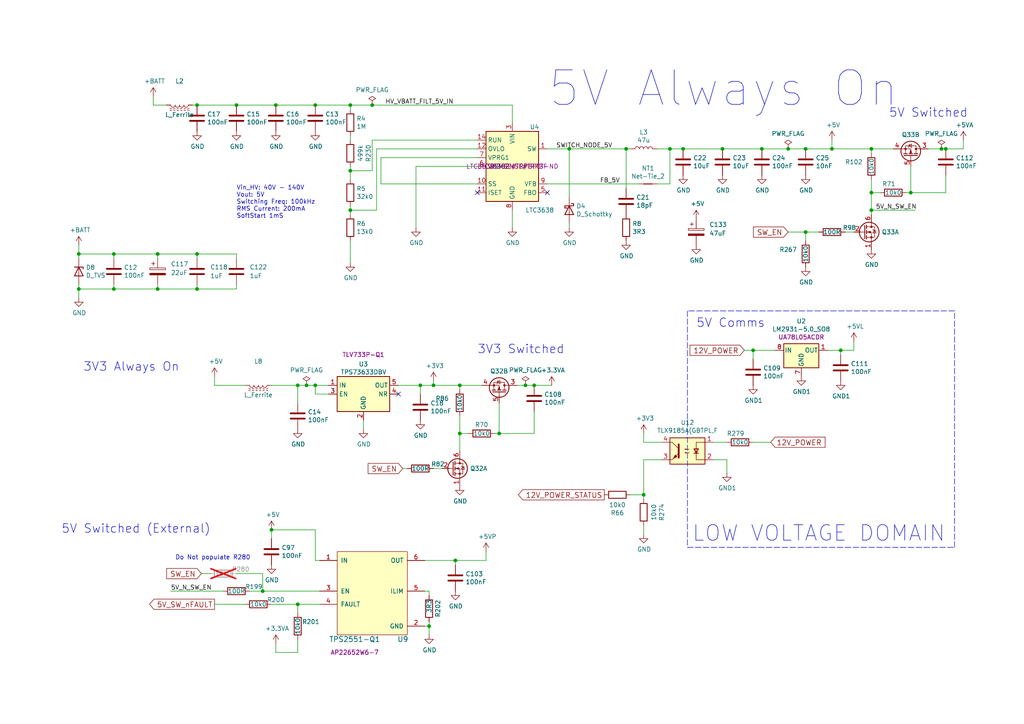
<source format=kicad_sch>
(kicad_sch (version 20250114) (generator "eeschema") (generator_version "9.0")
  (paper "A4")
  (text "3V3 Switched" (at 138.43 102.87 0) (effects (font (size 2.4892 2.4892)) (justify left bottom)))
  (text "LOW VOLTAGE DOMAIN" (at 200.66 157.48 0) (effects (font (size 4.4958 4.4958)) (justify left bottom)))
  (text "Vin_HV: 40V - 140V\nVout: 5V\nSwitching Freq: 100kHz\nRMS Current: 200mA\nSoftStart 1mS" (at 68.58 63.5 0) (effects (font (size 1.27 1.27)) (justify left bottom)))
  (text "5V Switched" (at 257.81 34.29 0) (effects (font (size 2.4892 2.4892)) (justify left bottom)))
  (text "Do Not populate R280" (at 50.8 162.56 0) (effects (font (size 1.27 1.27)) (justify left bottom)))
  (text "5V Always On" (at 158.75 31.75 0) (effects (font (size 10.0076 10.0076)) (justify left bottom)))
  (text "5V Switched (External)" (at 17.78 154.94 0) (effects (font (size 2.4892 2.4892)) (justify left bottom)))
  (text "5V Comms" (at 201.93 95.25 0) (effects (font (size 2.4892 2.4892)) (justify left bottom)))
  (text "3V3 Always On" (at 24.13 107.95 0) (effects (font (size 2.4892 2.4892)) (justify left bottom)))
  (junction (at 45.72 83.82))
  (junction (at 194.31 43.18))
  (junction (at 86.36 175.26))
  (junction (at 144.78 125.73))
  (junction (at 91.44 111.76))
  (junction (at 133.35 111.76))
  (junction (at 132.08 162.56))
  (junction (at 209.55 43.18))
  (junction (at 264.16 55.88))
  (junction (at 218.44 101.6))
  (junction (at 57.15 73.66))
  (junction (at 76.2 171.45))
  (junction (at 133.35 125.73))
  (junction (at 241.3 43.18))
  (junction (at 57.15 83.82))
  (junction (at 33.02 83.82))
  (junction (at 45.72 73.66))
  (junction (at 233.68 43.18))
  (junction (at 228.6 43.18))
  (junction (at 198.12 43.18))
  (junction (at 33.02 73.66))
  (junction (at 125.73 111.76))
  (junction (at 274.32 43.18))
  (junction (at 273.05 43.18))
  (junction (at 80.01 30.48))
  (junction (at 124.46 181.61))
  (junction (at 101.6 49.53))
  (junction (at 68.58 30.48))
  (junction (at 152.4 111.76))
  (junction (at 91.44 30.48))
  (junction (at 181.61 43.18))
  (junction (at 233.68 67.31))
  (junction (at 57.15 30.48))
  (junction (at 154.94 111.76))
  (junction (at 252.73 60.96))
  (junction (at 86.36 111.76))
  (junction (at 243.84 101.6))
  (junction (at 107.95 30.48))
  (junction (at 252.73 55.88))
  (junction (at 186.69 143.51))
  (junction (at 252.73 43.18))
  (junction (at 22.86 73.66))
  (junction (at 220.98 43.18))
  (junction (at 88.9 111.76))
  (junction (at 22.86 83.82))
  (junction (at 165.1 43.18))
  (junction (at 121.92 111.76))
  (junction (at 101.6 60.96))
  (junction (at 78.74 153.67))
  (junction (at 101.6 30.48))
  (no_connect (at 158.75 55.88))
  (no_connect (at 138.43 55.88))
  (no_connect (at 115.57 114.3))
  (wire (pts (xy 165.1 57.15) (xy 165.1 43.18)))
  (wire (pts (xy 45.72 82.55) (xy 45.72 83.82)))
  (wire (pts (xy 91.44 153.67) (xy 78.74 153.67)))
  (wire (pts (xy 86.36 189.23) (xy 80.01 189.23)))
  (wire (pts (xy 49.53 171.45) (xy 64.77 171.45)))
  (wire (pts (xy 22.86 83.82) (xy 22.86 82.55)))
  (wire (pts (xy 191.77 128.27) (xy 186.69 128.27)))
  (wire (pts (xy 154.94 119.38) (xy 154.94 125.73)))
  (wire (pts (xy 274.32 50.8) (xy 274.32 55.88)))
  (wire (pts (xy 86.36 175.26) (xy 92.71 175.26)))
  (wire (pts (xy 144.78 116.84) (xy 144.78 125.73)))
  (wire (pts (xy 101.6 49.53) (xy 107.95 49.53)))
  (wire (pts (xy 186.69 143.51) (xy 186.69 144.78)))
  (wire (pts (xy 57.15 73.66) (xy 68.58 73.66)))
  (wire (pts (xy 80.01 186.69) (xy 80.01 189.23)))
  (wire (pts (xy 57.15 74.93) (xy 57.15 73.66)))
  (polyline (pts (xy 199.39 90.17) (xy 199.39 158.75)) (stroke (width 0) (type dash)))
  (wire (pts (xy 91.44 162.56) (xy 92.71 162.56)))
  (wire (pts (xy 101.6 39.37) (xy 101.6 40.64)))
  (wire (pts (xy 68.58 30.48) (xy 80.01 30.48)))
  (wire (pts (xy 123.19 162.56) (xy 132.08 162.56)))
  (wire (pts (xy 45.72 73.66) (xy 57.15 73.66)))
  (wire (pts (xy 33.02 83.82) (xy 22.86 83.82)))
  (wire (pts (xy 124.46 184.15) (xy 124.46 181.61)))
  (wire (pts (xy 91.44 114.3) (xy 91.44 111.76)))
  (wire (pts (xy 237.49 67.31) (xy 233.68 67.31)))
  (wire (pts (xy 68.58 166.37) (xy 76.2 166.37)))
  (wire (pts (xy 165.1 66.04) (xy 165.1 64.77)))
  (wire (pts (xy 128.27 135.89) (xy 125.73 135.89)))
  (wire (pts (xy 194.31 43.18) (xy 194.31 53.34)))
  (wire (pts (xy 233.68 69.85) (xy 233.68 67.31)))
  (wire (pts (xy 224.79 101.6) (xy 218.44 101.6)))
  (wire (pts (xy 186.69 133.35) (xy 191.77 133.35)))
  (wire (pts (xy 101.6 31.75) (xy 101.6 30.48)))
  (wire (pts (xy 33.02 82.55) (xy 33.02 83.82)))
  (wire (pts (xy 22.86 73.66) (xy 22.86 71.12)))
  (wire (pts (xy 91.44 111.76) (xy 88.9 111.76)))
  (wire (pts (xy 86.36 111.76) (xy 78.74 111.76)))
  (wire (pts (xy 149.86 111.76) (xy 152.4 111.76)))
  (wire (pts (xy 269.24 43.18) (xy 273.05 43.18)))
  (wire (pts (xy 57.15 83.82) (xy 68.58 83.82)))
  (wire (pts (xy 124.46 171.45) (xy 123.19 171.45)))
  (wire (pts (xy 68.58 82.55) (xy 68.58 83.82)))
  (polyline (pts (xy 276.86 158.75) (xy 276.86 90.17)) (stroke (width 0) (type dash)))
  (wire (pts (xy 118.11 135.89) (xy 116.84 135.89)))
  (wire (pts (xy 91.44 30.48) (xy 101.6 30.48)))
  (wire (pts (xy 148.59 35.56) (xy 148.59 30.48)))
  (wire (pts (xy 194.31 43.18) (xy 190.5 43.18)))
  (wire (pts (xy 101.6 76.2) (xy 101.6 69.85)))
  (wire (pts (xy 86.36 185.42) (xy 86.36 189.23)))
  (wire (pts (xy 158.75 43.18) (xy 165.1 43.18)))
  (wire (pts (xy 76.2 166.37) (xy 76.2 171.45)))
  (wire (pts (xy 124.46 180.34) (xy 124.46 181.61)))
  (wire (pts (xy 120.65 48.26) (xy 138.43 48.26)))
  (wire (pts (xy 240.03 101.6) (xy 243.84 101.6)))
  (wire (pts (xy 57.15 30.48) (xy 68.58 30.48)))
  (wire (pts (xy 181.61 54.61) (xy 181.61 43.18)))
  (wire (pts (xy 101.6 30.48) (xy 107.95 30.48)))
  (wire (pts (xy 132.08 162.56) (xy 140.97 162.56)))
  (wire (pts (xy 121.92 114.3) (xy 121.92 111.76)))
  (wire (pts (xy 165.1 43.18) (xy 181.61 43.18)))
  (wire (pts (xy 101.6 49.53) (xy 101.6 52.07)))
  (wire (pts (xy 124.46 172.72) (xy 124.46 171.45)))
  (wire (pts (xy 71.12 175.26) (xy 62.23 175.26)))
  (wire (pts (xy 133.35 120.65) (xy 133.35 125.73)))
  (wire (pts (xy 247.65 99.06) (xy 247.65 101.6)))
  (wire (pts (xy 252.73 60.96) (xy 252.73 62.23)))
  (wire (pts (xy 22.86 86.36) (xy 22.86 83.82)))
  (wire (pts (xy 33.02 83.82) (xy 45.72 83.82)))
  (wire (pts (xy 133.35 125.73) (xy 133.35 130.81)))
  (wire (pts (xy 101.6 62.23) (xy 101.6 60.96)))
  (wire (pts (xy 107.95 40.64) (xy 138.43 40.64)))
  (wire (pts (xy 109.22 43.18) (xy 109.22 60.96)))
  (wire (pts (xy 124.46 181.61) (xy 123.19 181.61)))
  (polyline (pts (xy 276.86 90.17) (xy 199.39 90.17)) (stroke (width 0) (type dash)))
  (wire (pts (xy 44.45 27.94) (xy 44.45 30.48)))
  (wire (pts (xy 194.31 43.18) (xy 198.12 43.18)))
  (wire (pts (xy 274.32 43.18) (xy 279.4 43.18)))
  (wire (pts (xy 247.65 67.31) (xy 245.11 67.31)))
  (wire (pts (xy 223.52 128.27) (xy 218.44 128.27)))
  (wire (pts (xy 71.12 111.76) (xy 62.23 111.76)))
  (wire (pts (xy 33.02 73.66) (xy 33.02 74.93)))
  (wire (pts (xy 154.94 111.76) (xy 160.02 111.76)))
  (wire (pts (xy 190.5 53.34) (xy 194.31 53.34)))
  (wire (pts (xy 62.23 111.76) (xy 62.23 109.22)))
  (wire (pts (xy 143.51 125.73) (xy 144.78 125.73)))
  (wire (pts (xy 72.39 171.45) (xy 76.2 171.45)))
  (wire (pts (xy 45.72 73.66) (xy 33.02 73.66)))
  (wire (pts (xy 252.73 55.88) (xy 255.27 55.88)))
  (wire (pts (xy 44.45 30.48) (xy 48.26 30.48)))
  (wire (pts (xy 86.36 175.26) (xy 86.36 177.8)))
  (wire (pts (xy 252.73 43.18) (xy 259.08 43.18)))
  (polyline (pts (xy 199.39 158.75) (xy 276.86 158.75)) (stroke (width 0) (type dash)))
  (wire (pts (xy 101.6 48.26) (xy 101.6 49.53)))
  (wire (pts (xy 110.49 53.34) (xy 110.49 45.72)))
  (wire (pts (xy 109.22 60.96) (xy 101.6 60.96)))
  (wire (pts (xy 88.9 111.76) (xy 86.36 111.76)))
  (wire (pts (xy 262.89 55.88) (xy 264.16 55.88)))
  (wire (pts (xy 210.82 133.35) (xy 207.01 133.35)))
  (wire (pts (xy 101.6 60.96) (xy 101.6 59.69)))
  (wire (pts (xy 78.74 175.26) (xy 86.36 175.26)))
  (wire (pts (xy 264.16 55.88) (xy 274.32 55.88)))
  (wire (pts (xy 86.36 111.76) (xy 86.36 116.84)))
  (wire (pts (xy 209.55 43.18) (xy 220.98 43.18)))
  (wire (pts (xy 120.65 66.04) (xy 120.65 48.26)))
  (wire (pts (xy 264.16 48.26) (xy 264.16 55.88)))
  (wire (pts (xy 125.73 111.76) (xy 133.35 111.76)))
  (wire (pts (xy 105.41 124.46) (xy 105.41 121.92)))
  (wire (pts (xy 138.43 53.34) (xy 110.49 53.34)))
  (wire (pts (xy 60.96 166.37) (xy 58.42 166.37)))
  (wire (pts (xy 22.86 73.66) (xy 33.02 73.66)))
  (wire (pts (xy 107.95 30.48) (xy 148.59 30.48)))
  (wire (pts (xy 45.72 74.93) (xy 45.72 73.66)))
  (wire (pts (xy 133.35 113.03) (xy 133.35 111.76)))
  (wire (pts (xy 22.86 74.93) (xy 22.86 73.66)))
  (wire (pts (xy 125.73 110.49) (xy 125.73 111.76)))
  (wire (pts (xy 109.22 43.18) (xy 138.43 43.18)))
  (wire (pts (xy 252.73 44.45) (xy 252.73 43.18)))
  (wire (pts (xy 198.12 43.18) (xy 209.55 43.18)))
  (wire (pts (xy 252.73 52.07) (xy 252.73 55.88)))
  (wire (pts (xy 133.35 125.73) (xy 135.89 125.73)))
  (wire (pts (xy 133.35 111.76) (xy 139.7 111.76)))
  (wire (pts (xy 220.98 43.18) (xy 228.6 43.18)))
  (wire (pts (xy 80.01 30.48) (xy 91.44 30.48)))
  (wire (pts (xy 57.15 82.55) (xy 57.15 83.82)))
  (wire (pts (xy 148.59 66.04) (xy 148.59 60.96)))
  (wire (pts (xy 210.82 128.27) (xy 207.01 128.27)))
  (wire (pts (xy 186.69 152.4) (xy 186.69 154.94)))
  (wire (pts (xy 110.49 45.72) (xy 138.43 45.72)))
  (wire (pts (xy 218.44 101.6) (xy 218.44 104.14)))
  (wire (pts (xy 233.68 67.31) (xy 228.6 67.31)))
  (wire (pts (xy 158.75 53.34) (xy 185.42 53.34)))
  (wire (pts (xy 55.88 30.48) (xy 57.15 30.48)))
  (wire (pts (xy 95.25 111.76) (xy 91.44 111.76)))
  (wire (pts (xy 68.58 74.93) (xy 68.58 73.66)))
  (wire (pts (xy 215.9 101.6) (xy 218.44 101.6)))
  (wire (pts (xy 228.6 43.18) (xy 233.68 43.18)))
  (wire (pts (xy 210.82 137.16) (xy 210.82 133.35)))
  (wire (pts (xy 78.74 153.67) (xy 78.74 156.21)))
  (wire (pts (xy 243.84 102.87) (xy 243.84 101.6)))
  (wire (pts (xy 265.43 60.96) (xy 252.73 60.96)))
  (wire (pts (xy 186.69 143.51) (xy 186.69 133.35)))
  (wire (pts (xy 273.05 43.18) (xy 274.32 43.18)))
  (wire (pts (xy 279.4 40.64) (xy 279.4 43.18)))
  (wire (pts (xy 252.73 55.88) (xy 252.73 60.96)))
  (wire (pts (xy 107.95 49.53) (xy 107.95 40.64)))
  (wire (pts (xy 186.69 128.27) (xy 186.69 125.73)))
  (wire (pts (xy 233.68 43.18) (xy 241.3 43.18)))
  (wire (pts (xy 144.78 125.73) (xy 154.94 125.73)))
  (wire (pts (xy 152.4 111.76) (xy 154.94 111.76)))
  (wire (pts (xy 125.73 111.76) (xy 121.92 111.76)))
  (wire (pts (xy 241.3 43.18) (xy 252.73 43.18)))
  (wire (pts (xy 140.97 160.02) (xy 140.97 162.56)))
  (wire (pts (xy 76.2 171.45) (xy 92.71 171.45)))
  (wire (pts (xy 132.08 163.83) (xy 132.08 162.56)))
  (wire (pts (xy 181.61 43.18) (xy 182.88 43.18)))
  (wire (pts (xy 186.69 143.51) (xy 182.88 143.51)))
  (wire (pts (xy 241.3 40.64) (xy 241.3 43.18)))
  (wire (pts (xy 91.44 153.67) (xy 91.44 162.56)))
  (wire (pts (xy 243.84 101.6) (xy 247.65 101.6)))
  (wire (pts (xy 45.72 83.82) (xy 57.15 83.82)))
  (wire (pts (xy 95.25 114.3) (xy 91.44 114.3)))
  (wire (pts (xy 121.92 111.76) (xy 115.57 111.76)))
  (label "HV_VBATT_FILT_5V_IN" (at 111.76 30.48 0))
  (label "SWITCH_NODE_5V" (at 161.29 43.18 0))
  (label "5V_N_SW_EN" (at 254 60.96 0))
  (label "5V_N_SW_EN" (at 49.53 171.45 0))
  (label "FB_5V" (at 173.99 53.34 0))
  (global_label "12V_POWER" (shape input) (at 215.9 101.6 180) (effects (font (size 1.4986 1.4986))) (property "Intersheetrefs" "${INTERSHEET_REFS}" (effects (hide yes))))
  (global_label "SW_EN" (shape input) (at 228.6 67.31 180) (effects (font (size 1.4986 1.4986))) (property "Intersheetrefs" "${INTERSHEET_REFS}" (effects (hide yes))))
  (global_label "12V_POWER" (shape input) (at 223.52 128.27 0) (effects (font (size 1.4986 1.4986))) (property "Intersheetrefs" "${INTERSHEET_REFS}" (effects (hide yes))))
  (global_label "SW_EN" (shape input) (at 58.42 166.37 180) (effects (font (size 1.4986 1.4986))) (property "Intersheetrefs" "${INTERSHEET_REFS}" (effects (hide yes))))
  (global_label "5V_SW_nFAULT" (shape output) (at 62.23 175.26 180) (effects (font (size 1.4986 1.4986))) (property "Intersheetrefs" "${INTERSHEET_REFS}" (effects (hide yes))))
  (global_label "12V_POWER_STATUS" (shape output) (at 175.26 143.51 180) (effects (font (size 1.4986 1.4986))) (property "Intersheetrefs" "${INTERSHEET_REFS}" (effects (hide yes))))
  (global_label "SW_EN" (shape input) (at 116.84 135.89 180) (effects (font (size 1.4986 1.4986))) (property "Intersheetrefs" "${INTERSHEET_REFS}" (effects (hide yes))))
  (symbol (lib_id "Device:L") (at 186.69 43.18 90) (unit 1)
    (property "Reference" "L3" (at 186.69 38.354 90))
    (property "Value" "47u" (at 186.69 40.6654 90))
    (property "Footprint" "Inductors:Inductor_Taiyo-Yuden_NR-60xx" (effects (hide yes)))
    (property "Datasheet" "https://www.yuden.co.jp/productdata/catalog/wound04_e.pdf" (effects (hide yes)))
    (property "MPN" "NR6028T470M" (effects (hide yes)))
    (property "Part Number" "NR6028T470M" (effects (hide yes)))
    (property "Digikey_PN" "587-2104-1-ND" (effects (hide yes)))
  )
  (symbol (lib_id "Device:C") (at 198.12 46.99 0) (unit 1)
    (property "Reference" "C22" (at 201.041 45.8216 0) (effects (justify left)))
    (property "Value" "10uF" (at 201.041 48.133 0) (effects (justify left)))
    (property "Footprint" "Capacitor_SMD:C_1206_3216Metric" (effects (hide yes)))
    (property "MPN" "CL31B106KOHVPNE" (effects (hide yes)))
    (property "Part Number" "CL31B106KOHVPNE" (effects (hide yes)))
    (property "Digikey_PN" "1276-6797-1-ND" (effects (hide yes)))
  )
  (symbol (lib_id "Device:C") (at 209.55 46.99 0) (unit 1)
    (property "Reference" "C23" (at 212.471 45.8216 0) (effects (justify left)))
    (property "Value" "10uF" (at 212.471 48.133 0) (effects (justify left)))
    (property "Footprint" "Capacitor_SMD:C_1206_3216Metric" (effects (hide yes)))
    (property "MPN" "CL31B106KOHVPNE" (effects (hide yes)))
    (property "Part Number" "CL31B106KOHVPNE" (effects (hide yes)))
    (property "Digikey_PN" "1276-6797-1-ND" (effects (hide yes)))
  )
  (symbol (lib_id "Device:C") (at 220.98 46.99 0) (unit 1)
    (property "Reference" "C24" (at 223.901 45.8216 0) (effects (justify left)))
    (property "Value" "100nF" (at 223.901 48.133 0) (effects (justify left)))
    (property "Footprint" "Capacitor_SMD:C_0603_1608Metric" (effects (hide yes)))
    (property "Datasheet" "http://psearch.en.murata.com/capacitor/product/GCM188R71H104KA57%23.pdf" (effects (hide yes)))
    (property "MPN" "GCM188R71H104KA57D" (effects (hide yes)))
    (property "Part Number" "GCM188R71H104KA57D" (effects (hide yes)))
    (property "Digikey_PN" "490-4779-1-ND" (effects (hide yes)))
  )
  (symbol (lib_id "Device:L_Ferrite") (at 52.07 30.48 270) (unit 1)
    (property "Reference" "L2" (at 52.07 23.5204 90))
    (property "Value" "L_Ferrite" (at 52.07 33.274 90))
    (property "Footprint" "Inductor_SMD:L_0603_1608Metric" (effects (hide yes)))
    (property "Datasheet" "https://www.we-online.com/katalog/datasheet/742792609.pdf" (effects (hide yes)))
    (property "MPN" "742792609" (effects (hide yes)))
    (property "Part Number" "742792609" (effects (hide yes)))
    (property "Digikey_PN" "732-1591-1-ND" (effects (hide yes)))
  )
  (symbol (lib_id "power:GND") (at 198.12 50.8 0) (unit 1)
    (property "Reference" "#PWR037" (effects (hide yes)))
    (property "Value" "GND" (at 198.247 55.1942 0))
  )
  (symbol (lib_id "power:GND") (at 209.55 50.8 0) (unit 1)
    (property "Reference" "#PWR038" (effects (hide yes)))
    (property "Value" "GND" (at 209.677 55.1942 0))
  )
  (symbol (lib_id "power:GND") (at 220.98 50.8 0) (unit 1)
    (property "Reference" "#PWR039" (effects (hide yes)))
    (property "Value" "GND" (at 221.107 55.1942 0))
  )
  (symbol (lib_id "power:GND") (at 57.15 38.1 0) (unit 1)
    (property "Reference" "#PWR021" (effects (hide yes)))
    (property "Value" "GND" (at 57.277 42.4942 0))
  )
  (symbol (lib_id "Device:C") (at 91.44 34.29 0) (unit 1)
    (property "Reference" "C13" (at 94.361 33.1216 0) (effects (justify left)))
    (property "Value" "100nF" (at 94.361 35.433 0) (effects (justify left)))
    (property "Footprint" "Capacitor_SMD:C_1206_3216Metric" (effects (hide yes)))
    (property "Datasheet" "https://product.tdk.com/info/en/documents/chara_sheet/CGA5L3X7R2E104K160AA.pdf" (effects (hide yes)))
    (property "Part Number" "CGA5L3X7R2E104K160AA" (effects (hide yes)))
    (property "MPN" "CGA5L3X7R2E104K160AA" (effects (hide yes)))
    (property "Digikey_PN" "445-5851-1-ND" (effects (hide yes)))
  )
  (symbol (lib_id "power:GND") (at 91.44 38.1 0) (unit 1)
    (property "Reference" "#PWR018" (effects (hide yes)))
    (property "Value" "GND" (at 91.567 42.4942 0))
  )
  (symbol (lib_id "Device:R") (at 101.6 35.56 0) (unit 1)
    (property "Reference" "R4" (at 103.378 34.3916 0) (effects (justify left)))
    (property "Value" "1M" (at 103.378 36.703 0) (effects (justify left)))
    (property "Footprint" "Resistor_SMD:R_0603_1608Metric" (effects (hide yes)))
    (property "Datasheet" "http://www.yageo.com/NewPortal/yageodocoutput?fileName=/pdf/R-Chip/PYu-AC_51_RoHS_L_6.pdf" (effects (hide yes)))
    (property "MPN" "AC0603FR-071ML" (effects (hide yes)))
    (property "Part Number" "AC0603FR-071ML" (effects (hide yes)))
    (property "Digikey_PN" "311-1MLDCT-ND" (effects (hide yes)))
  )
  (symbol (lib_id "Device:R") (at 101.6 55.88 0) (unit 1)
    (property "Reference" "R5" (at 103.378 54.7116 0) (effects (justify left)))
    (property "Value" "32k0" (at 103.378 57.023 0) (effects (justify left)))
    (property "Footprint" "Resistor_SMD:R_0603_1608Metric" (effects (hide yes)))
    (property "Datasheet" "https://media.digikey.com/pdf/Data%20Sheets/KOA%20Speer/RN73R_Type_DS.pdf" (effects (hide yes)))
    (property "MPN" "RN73R1JTTD3202B25" (effects (hide yes)))
    (property "Part Number" "RN73R1JTTD3202B25" (effects (hide yes)))
    (property "Digikey_PN" "2019-RN73R1JTTD3202B25CT-ND" (effects (hide yes)))
  )
  (symbol (lib_id "Device:R") (at 101.6 66.04 0) (unit 1)
    (property "Reference" "R6" (at 103.378 64.8716 0) (effects (justify left)))
    (property "Value" "13k0" (at 103.378 67.183 0) (effects (justify left)))
    (property "Footprint" "Resistor_SMD:R_0603_1608Metric" (effects (hide yes)))
    (property "Datasheet" "https://www.seielect.com/catalog/sei-rmcf_rmcp.pdf" (effects (hide yes)))
    (property "MPN" "RMCF0603FT13K0" (effects (hide yes)))
    (property "Part Number" "RMCF0603FT13K0" (effects (hide yes)))
    (property "Digikey_PN" "RMCF0603FT13K0CT-ND" (effects (hide yes)))
  )
  (symbol (lib_id "power:GND") (at 101.6 76.2 0) (unit 1)
    (property "Reference" "#PWR026" (effects (hide yes)))
    (property "Value" "GND" (at 101.727 80.5942 0))
  )
  (symbol (lib_id "power:+5V") (at 241.3 40.64 0) (unit 1)
    (property "Reference" "#PWR041" (effects (hide yes)))
    (property "Value" "+5V" (at 241.681 36.2458 0))
  )
  (symbol (lib_id "Device:NetTie_2") (at 187.96 53.34 0) (unit 1) (in_bom no)
    (property "Reference" "NT1" (at 187.96 48.8188 0))
    (property "Value" "Net-Tie_2" (at 187.96 51.1302 0))
    (property "Footprint" "Footprints:Net_Tie-0.5mm" (effects (hide yes)))
  )
  (symbol (lib_id "power:+BATT") (at 44.45 27.94 0) (unit 1)
    (property "Reference" "#PWR015" (effects (hide yes)))
    (property "Value" "+BATT" (at 44.831 23.5458 0))
  )
  (symbol (lib_id "Device:L_Ferrite") (at 74.93 111.76 270) (unit 1)
    (property "Reference" "L8" (at 74.93 104.8004 90))
    (property "Value" "L_Ferrite" (at 74.93 114.554 90))
    (property "Footprint" "Inductor_SMD:L_0603_1608Metric" (effects (hide yes)))
    (property "Datasheet" "https://www.we-online.com/katalog/datasheet/742792609.pdf" (effects (hide yes)))
    (property "MPN" "742792609" (effects (hide yes)))
    (property "Part Number" "742792609" (effects (hide yes)))
    (property "Digikey_PN" "732-1591-1-ND" (effects (hide yes)))
  )
  (symbol (lib_id "power:PWR_FLAG") (at 107.95 30.48 0) (unit 1)
    (property "Reference" "#FLG0101" (effects (hide yes)))
    (property "Value" "PWR_FLAG" (at 107.95 26.0604 0))
  )
  (symbol (lib_id "power:PWR_FLAG") (at 88.9 111.76 0) (unit 1)
    (property "Reference" "#FLG0102" (effects (hide yes)))
    (property "Value" "PWR_FLAG" (at 88.9 107.3404 0))
  )
  (symbol (lib_id "power:PWR_FLAG") (at 228.6 43.18 0) (unit 1)
    (property "Reference" "#FLG0104" (effects (hide yes)))
    (property "Value" "PWR_FLAG" (at 228.6 38.7604 0))
  )
  (symbol (lib_id "HSD:TPS2551-Q1") (at 107.95 171.45 0) (unit 1)
    (property "Reference" "U9" (at 116.84 185.42 0) (effects (font (size 1.4986 1.4986))))
    (property "Value" "TPS2551-Q1" (at 102.87 185.42 0) (effects (font (size 1.4986 1.4986))))
    (property "Footprint" "Package_TO_SOT_SMD:SOT-23-6" (effects (hide yes)))
    (property "Datasheet" "https://fscdn.rohm.com/en/products/databook/datasheet/ic/power/power_switch/bd2242g-e.pdf" (effects (hide yes)))
    (property "Alternate" "AP22652W6-7" (at 102.87 189.23 0))
    (property "Part Number" "AP22652W6-7" (effects (hide yes)))
    (property "Digikey_PN" "31-AP22652AW6-7CT-ND" (effects (hide yes)))
  )
  (symbol (lib_id "Device:C") (at 78.74 160.02 0) (unit 1)
    (property "Reference" "C97" (at 81.661 158.8516 0) (effects (justify left)))
    (property "Value" "100nF" (at 81.661 161.163 0) (effects (justify left)))
    (property "Footprint" "Capacitor_SMD:C_0603_1608Metric" (effects (hide yes)))
    (property "Datasheet" "http://psearch.en.murata.com/capacitor/product/GCM188R71H104KA57%23.pdf" (effects (hide yes)))
    (property "MPN" "GCM188R71H104KA57D" (effects (hide yes)))
    (property "Part Number" "GCM188R71H104KA57D" (effects (hide yes)))
    (property "Digikey_PN" "490-4779-1-ND" (effects (hide yes)))
  )
  (symbol (lib_id "power:GND") (at 78.74 163.83 0) (unit 1)
    (property "Reference" "#PWR0142" (effects (hide yes)))
    (property "Value" "GND" (at 78.867 168.2242 0))
  )
  (symbol (lib_id "power:+5V") (at 78.74 153.67 0) (unit 1)
    (property "Reference" "#PWR0143" (effects (hide yes)))
    (property "Value" "+5V" (at 79.121 149.2758 0))
  )
  (symbol (lib_id "power:GND") (at 124.46 184.15 0) (unit 1)
    (property "Reference" "#PWR0144" (effects (hide yes)))
    (property "Value" "GND" (at 124.587 188.5442 0))
  )
  (symbol (lib_id "Device:R") (at 124.46 176.53 0) (unit 1)
    (property "Reference" "R202" (at 127 179.07 90) (effects (justify left)))
    (property "Value" "3R3" (at 124.46 177.8 90) (effects (justify left)))
    (property "Footprint" "Resistor_SMD:R_0603_1608Metric" (effects (hide yes)))
    (property "Datasheet" "https://fscdn.rohm.com/en/products/databook/datasheet/passive/resistor/chip_resistor/esr-e.pdf" (effects (hide yes)))
    (property "Digikey_PN" "RHM303DCT-ND" (effects (hide yes)))
    (property "MPN" "ESR03EZPJ3R3" (effects (hide yes)))
    (property "Part Number" "ESR03EZPJ3R3" (effects (hide yes)))
  )
  (symbol (lib_id "power:+5VP") (at 140.97 160.02 0) (unit 1)
    (property "Reference" "#PWR0145" (effects (hide yes)))
    (property "Value" "+5VP" (at 141.351 155.6258 0))
  )
  (symbol (lib_id "Device:R") (at 68.58 171.45 270) (unit 1)
    (property "Reference" "R199" (at 73.66 170.18 90))
    (property "Value" "100R" (at 68.58 171.45 90))
    (property "Footprint" "Resistor_SMD:R_0603_1608Metric" (effects (hide yes)))
    (property "MPN" "AC0603FR-07100RL" (effects (hide yes)))
    (property "Part Number" "AC0603FR-07100RL" (effects (hide yes)))
    (property "Digikey_PN" "YAG3561CT-ND" (effects (hide yes)))
  )
  (symbol (lib_id "Device:R") (at 74.93 175.26 270) (unit 1)
    (property "Reference" "R200" (at 80.01 173.99 90))
    (property "Value" "10k0" (at 74.93 175.26 90))
    (property "Footprint" "Resistor_SMD:R_0603_1608Metric" (effects (hide yes)))
    (property "Datasheet" "http://www.yageo.com/NewPortal/yageodocoutput?fileName=/pdf/R-Chip/PYu-AC_51_RoHS_L_6.pdf" (effects (hide yes)))
    (property "MPN" "AC0603FR-0710KL" (effects (hide yes)))
    (property "Part Number" "AC0603FR-0710KL" (effects (hide yes)))
    (property "Digikey_PN" "311-10KLDCT-ND" (effects (hide yes)))
  )
  (symbol (lib_id "Device:R") (at 86.36 181.61 180) (unit 1)
    (property "Reference" "R201" (at 90.17 180.34 0))
    (property "Value" "10k0" (at 86.36 181.61 90))
    (property "Footprint" "Resistor_SMD:R_0603_1608Metric" (effects (hide yes)))
    (property "Datasheet" "http://www.yageo.com/NewPortal/yageodocoutput?fileName=/pdf/R-Chip/PYu-AC_51_RoHS_L_6.pdf" (effects (hide yes)))
    (property "MPN" "AC0603FR-0710KL" (effects (hide yes)))
    (property "Part Number" "AC0603FR-0710KL" (effects (hide yes)))
    (property "Digikey_PN" "311-10KLDCT-ND" (effects (hide yes)))
  )
  (symbol (lib_id "Device:C") (at 132.08 167.64 0) (unit 1)
    (property "Reference" "C103" (at 135.001 166.4716 0) (effects (justify left)))
    (property "Value" "100nF" (at 135.001 168.783 0) (effects (justify left)))
    (property "Footprint" "Capacitor_SMD:C_0603_1608Metric" (effects (hide yes)))
    (property "Datasheet" "http://psearch.en.murata.com/capacitor/product/GCM188R71H104KA57%23.pdf" (effects (hide yes)))
    (property "MPN" "GCM188R71H104KA57D" (effects (hide yes)))
    (property "Part Number" "GCM188R71H104KA57D" (effects (hide yes)))
    (property "Digikey_PN" "490-4779-1-ND" (effects (hide yes)))
  )
  (symbol (lib_id "power:GND") (at 132.08 171.45 0) (unit 1)
    (property "Reference" "#PWR0154" (effects (hide yes)))
    (property "Value" "GND" (at 132.207 175.8442 0))
  )
  (symbol (lib_id "Regulator_Switching:LTC3638") (at 148.59 48.26 0) (unit 1)
    (property "Reference" "U4" (at 153.67 36.83 0) (effects (justify left)))
    (property "Value" "LTC3638" (at 152.4 60.96 0) (effects (justify left)))
    (property "Footprint" "Package_SO:Linear_MSOP-12-16-1EP_3x4mm_P0.5mm" (effects (hide yes)))
    (property "Datasheet" "http://www.analog.com/media/en/technical-documentation/data-sheets/3638fa.pdf" (effects (hide yes)))
    (property "Part Number" "LTC3638" (effects (hide yes)))
    (property "Digikey_PN" "LTC3638EMSE#TRPBFCT-ND" (at 148.59 48.26 0))
    (property "MPN" "LTC3638EMSE#TRPBF" (at 148.59 48.26 0))
  )
  (symbol (lib_id "power:GND") (at 120.65 66.04 0) (unit 1)
    (property "Reference" "#PWR031" (effects (hide yes)))
    (property "Value" "GND" (at 120.777 70.4342 0))
  )
  (symbol (lib_id "power:GND") (at 148.59 66.04 0) (unit 1)
    (property "Reference" "#PWR034" (effects (hide yes)))
    (property "Value" "GND" (at 148.717 70.4342 0))
  )
  (symbol (lib_id "power:GND") (at 165.1 66.04 0) (unit 1)
    (property "Reference" "#PWR035" (effects (hide yes)))
    (property "Value" "GND" (at 165.227 70.4342 0))
  )
  (symbol (lib_id "Device:C") (at 181.61 58.42 0) (unit 1)
    (property "Reference" "C21" (at 184.531 57.2516 0) (effects (justify left)))
    (property "Value" "18pF" (at 184.531 59.563 0) (effects (justify left)))
    (property "Footprint" "Capacitor_SMD:C_0603_1608Metric" (effects (hide yes)))
    (property "Datasheet" "https://product.tdk.com/info/en/documents/chara_sheet/CGA3E2C0G1H180J080AA.pdf" (effects (hide yes)))
    (property "MPN" "CGA3E2C0G1H180J080AA" (effects (hide yes)))
    (property "Part Number" "CGA3E2C0G1H180J080AA" (effects (hide yes)))
    (property "Digikey_PN" "445-5631-1-ND" (effects (hide yes)))
  )
  (symbol (lib_id "Device:R") (at 181.61 66.04 0) (unit 1)
    (property "Reference" "R8" (at 183.388 64.8716 0) (effects (justify left)))
    (property "Value" "3R3" (at 183.388 67.183 0) (effects (justify left)))
    (property "Footprint" "Resistor_SMD:R_0603_1608Metric" (effects (hide yes)))
    (property "Datasheet" "https://fscdn.rohm.com/en/products/databook/datasheet/passive/resistor/chip_resistor/esr-e.pdf" (effects (hide yes)))
    (property "MPN" "ESR03EZPJ3R3" (effects (hide yes)))
    (property "Part Number" "ESR03EZPJ3R3" (effects (hide yes)))
    (property "Digikey_PN" "RHM303DCT-ND" (effects (hide yes)))
  )
  (symbol (lib_id "power:GND") (at 181.61 69.85 0) (unit 1)
    (property "Reference" "#PWR036" (effects (hide yes)))
    (property "Value" "GND" (at 181.737 74.2442 0))
  )
  (symbol (lib_id "Device:C") (at 233.68 46.99 0) (unit 1)
    (property "Reference" "C25" (at 236.601 45.8216 0) (effects (justify left)))
    (property "Value" "10nF" (at 236.601 48.133 0) (effects (justify left)))
    (property "Footprint" "Capacitor_SMD:C_0603_1608Metric" (effects (hide yes)))
    (property "MPN" "GCM188R72A103KA37D" (effects (hide yes)))
    (property "Part Number" "GCM188R72A103KA37D" (effects (hide yes)))
    (property "Digikey_PN" "490-4781-1-ND" (effects (hide yes)))
  )
  (symbol (lib_id "power:GND") (at 233.68 50.8 0) (unit 1)
    (property "Reference" "#PWR040" (effects (hide yes)))
    (property "Value" "GND" (at 233.807 55.1942 0))
  )
  (symbol (lib_id "Regulator_Linear:TPS73633DBV") (at 105.41 114.3 0) (unit 1)
    (property "Reference" "U3" (at 105.41 105.6132 0))
    (property "Value" "TPS73633DBV" (at 98.7806 107.9246 0) (effects (justify left)))
    (property "Footprint" "Package_TO_SOT_SMD:SOT-23-5" (effects (hide yes)))
    (property "Datasheet" "http://www.ti.com/lit/ds/symlink/tps736.pdf" (effects (hide yes)))
    (property "Alternate" "TLV733P-Q1" (at 105.41 102.87 0))
    (property "Part Number" "TLV733P-Q1" (effects (hide yes)))
    (property "Digikey_PN" "296-TLV73330PQDBVRQ1CT-ND" (effects (hide yes)))
  )
  (symbol (lib_id "power:+5V") (at 62.23 109.22 0) (unit 1)
    (property "Reference" "#PWR019" (effects (hide yes)))
    (property "Value" "+5V" (at 62.611 104.8258 0))
  )
  (symbol (lib_id "power:GND") (at 86.36 124.46 0) (unit 1)
    (property "Reference" "#PWR020" (effects (hide yes)))
    (property "Value" "GND" (at 86.487 128.8542 0))
  )
  (symbol (lib_id "power:GND") (at 121.92 121.92 0) (unit 1)
    (property "Reference" "#PWR027" (effects (hide yes)))
    (property "Value" "GND" (at 122.047 126.3142 0))
  )
  (symbol (lib_id "power:GND") (at 105.41 124.46 0) (unit 1)
    (property "Reference" "#PWR023" (effects (hide yes)))
    (property "Value" "GND" (at 105.537 128.8542 0))
  )
  (symbol (lib_id "power:+3V3") (at 125.73 110.49 0) (unit 1)
    (property "Reference" "#PWR029" (effects (hide yes)))
    (property "Value" "+3V3" (at 126.111 106.0958 0))
  )
  (symbol (lib_id "power:+BATT") (at 22.86 71.12 0) (unit 1)
    (property "Reference" "#PWR01" (effects (hide yes)))
    (property "Value" "+BATT" (at 23.241 66.7258 0))
  )
  (symbol (lib_id "power:GND") (at 22.86 86.36 0) (unit 1)
    (property "Reference" "#PWR0159" (effects (hide yes)))
    (property "Value" "GND" (at 22.987 90.7542 0))
  )
  (symbol (lib_id "power:+5VL") (at 247.65 99.06 0) (unit 1)
    (property "Reference" "#PWR0164" (effects (hide yes)))
    (property "Value" "+5VL" (at 248.031 94.6658 0))
  )
  (symbol (lib_id "Device:C") (at 218.44 107.95 0) (unit 1)
    (property "Reference" "C109" (at 221.361 106.7816 0) (effects (justify left)))
    (property "Value" "100nF" (at 221.361 109.093 0) (effects (justify left)))
    (property "Footprint" "Capacitor_SMD:C_0603_1608Metric" (effects (hide yes)))
    (property "Datasheet" "http://psearch.en.murata.com/capacitor/product/GCM188R71H104KA57%23.pdf" (effects (hide yes)))
    (property "MPN" "GCM188R71H104KA57D" (effects (hide yes)))
    (property "Part Number" "GCM188R71H104KA57D" (effects (hide yes)))
    (property "Digikey_PN" "490-4779-1-ND" (effects (hide yes)))
  )
  (symbol (lib_id "power:GND1") (at 218.44 111.76 0) (unit 1)
    (property "Reference" "#PWR0137" (effects (hide yes)))
    (property "Value" "GND1" (at 218.567 116.1542 0))
  )
  (symbol (lib_id "Device:R") (at 101.6 44.45 0) (unit 1)
    (property "Reference" "R230" (at 106.8578 44.45 90))
    (property "Value" "499k" (at 104.5464 44.45 90))
    (property "Footprint" "Resistor_SMD:R_0603_1608Metric" (effects (hide yes)))
    (property "Datasheet" "https://www.seielect.com/catalog/sei-rmcf_rmcp.pdf" (effects (hide yes)))
    (property "MPN" "RMCF0603FT499K" (effects (hide yes)))
    (property "Part Number" "RMCF0603FT499K" (effects (hide yes)))
    (property "Digikey_PN" "RMCF0603FT499KCT-ND" (effects (hide yes)))
  )
  (symbol (lib_id "Isolator:SFH617A-1") (at 199.39 130.81 0) (mirror y) (unit 1)
    (property "Reference" "U12" (at 199.39 122.555 0))
    (property "Value" "TLX9185A(GBTPL,F" (at 199.39 124.8664 0))
    (property "Footprint" "Package_SO:SO-4_4.4x3.9mm_P2.54mm" (effects (hide yes)))
    (property "Datasheet" "file:///C:/Users/kid%20group/Downloads/TLX9185A_datasheet_en_20190628.pdf" (effects (hide yes)))
    (property "Part Number" "TLX9185A(GBTPL,F" (effects (hide yes)))
    (property "Digikey_PN" "264-TLX9185A(GBTPLFCT-ND" (effects (hide yes)))
  )
  (symbol (lib_id "power:GND1") (at 210.82 137.16 0) (unit 1)
    (property "Reference" "#PWR070" (effects (hide yes)))
    (property "Value" "GND1" (at 210.947 141.5542 0))
  )
  (symbol (lib_id "Device:R") (at 214.63 128.27 90) (unit 1)
    (property "Reference" "R279" (at 213.36 125.73 90))
    (property "Value" "10k0" (at 214.63 128.27 90))
    (property "Footprint" "Resistor_SMD:R_0603_1608Metric" (effects (hide yes)))
    (property "Datasheet" "http://www.yageo.com/NewPortal/yageodocoutput?fileName=/pdf/R-Chip/PYu-AC_51_RoHS_L_6.pdf" (effects (hide yes)))
    (property "MPN" "AC0603FR-0710KL" (effects (hide yes)))
    (property "Part Number" "AC0603FR-0710KL" (effects (hide yes)))
    (property "Digikey_PN" "311-10KLDCT-ND" (effects (hide yes)))
  )
  (symbol (lib_id "Device:R") (at 186.69 148.59 180) (unit 1)
    (property "Reference" "R274" (at 191.9478 148.59 90))
    (property "Value" "10k0" (at 189.6364 148.59 90))
    (property "Footprint" "Resistor_SMD:R_0603_1608Metric" (effects (hide yes)))
    (property "Datasheet" "http://www.yageo.com/NewPortal/yageodocoutput?fileName=/pdf/R-Chip/PYu-AC_51_RoHS_L_6.pdf" (effects (hide yes)))
    (property "MPN" "AC0603FR-0710KL" (effects (hide yes)))
    (property "Part Number" "AC0603FR-0710KL" (effects (hide yes)))
    (property "Digikey_PN" "311-10KLDCT-ND" (effects (hide yes)))
  )
  (symbol (lib_id "power:GND") (at 186.69 154.94 0) (unit 1)
    (property "Reference" "#PWR069" (effects (hide yes)))
    (property "Value" "GND" (at 186.817 159.3342 0))
  )
  (symbol (lib_id "power:+3V3") (at 186.69 125.73 0) (unit 1)
    (property "Reference" "#PWR068" (effects (hide yes)))
    (property "Value" "+3V3" (at 187.071 121.3358 0))
  )
  (symbol (lib_id "Device:R") (at 179.07 143.51 90) (unit 1)
    (property "Reference" "R66" (at 179.07 148.7678 90))
    (property "Value" "10k0" (at 179.07 146.4564 90))
    (property "Footprint" "Resistor_SMD:R_0603_1608Metric" (effects (hide yes)))
    (property "Datasheet" "http://www.yageo.com/NewPortal/yageodocoutput?fileName=/pdf/R-Chip/PYu-AC_51_RoHS_L_6.pdf" (effects (hide yes)))
    (property "MPN" "AC0603FR-0710KL" (effects (hide yes)))
    (property "Part Number" "AC0603FR-0710KL" (effects (hide yes)))
    (property "Digikey_PN" "311-10KLDCT-ND" (effects (hide yes)))
  )
  (symbol (lib_id "Device:R") (at 64.77 166.37 270) (unit 1) (in_bom no) (dnp yes)
    (property "Reference" "R280" (at 69.85 165.1 90))
    (property "Value" "10k0" (at 64.77 166.37 90))
    (property "Footprint" "Resistor_SMD:R_0603_1608Metric" (effects (hide yes)))
    (property "Datasheet" "http://www.yageo.com/NewPortal/yageodocoutput?fileName=/pdf/R-Chip/PYu-AC_51_RoHS_L_6.pdf" (effects (hide yes)))
    (property "MPN" "AC0603FR-0710KL" (effects (hide yes)))
    (property "Part Number" "AC0603FR-0710KL" (effects (hide yes)))
    (property "Digikey_PN" "311-10KLDCT-ND" (effects (hide yes)))
  )
  (symbol (lib_id "power:+3.3VA") (at 160.02 111.76 0) (unit 1)
    (property "Reference" "#PWR044" (effects (hide yes)))
    (property "Value" "+3.3VA" (at 160.401 107.3658 0))
  )
  (symbol (lib_id "power:GND") (at 133.35 140.97 0) (unit 1)
    (property "Reference" "#PWR042" (effects (hide yes)))
    (property "Value" "GND" (at 133.477 145.3642 0))
  )
  (symbol (lib_id "Device:R") (at 133.35 116.84 180) (unit 1)
    (property "Reference" "R86" (at 128.27 115.57 0))
    (property "Value" "10k0" (at 133.35 116.84 90))
    (property "Footprint" "Resistor_SMD:R_0603_1608Metric" (effects (hide yes)))
    (property "Datasheet" "http://www.yageo.com/NewPortal/yageodocoutput?fileName=/pdf/R-Chip/PYu-AC_51_RoHS_L_6.pdf" (effects (hide yes)))
    (property "MPN" "AC0603FR-0710KL" (effects (hide yes)))
    (property "Part Number" "AC0603FR-0710KL" (effects (hide yes)))
    (property "Digikey_PN" "311-10KLDCT-ND" (effects (hide yes)))
  )
  (symbol (lib_id "Device:R") (at 121.92 135.89 270) (unit 1)
    (property "Reference" "R82" (at 127 134.62 90))
    (property "Value" "100R" (at 121.92 135.89 90))
    (property "Footprint" "Resistor_SMD:R_0603_1608Metric" (effects (hide yes)))
    (property "MPN" "AC0603FR-07100RL" (effects (hide yes)))
    (property "Part Number" "AC0603FR-07100RL" (effects (hide yes)))
    (property "Digikey_PN" "YAG3561CT-ND" (effects (hide yes)))
  )
  (symbol (lib_id "Device:C") (at 154.94 115.57 0) (unit 1)
    (property "Reference" "C108" (at 157.861 114.4016 0) (effects (justify left)))
    (property "Value" "100nF" (at 157.861 116.713 0) (effects (justify left)))
    (property "Footprint" "Capacitor_SMD:C_0603_1608Metric" (effects (hide yes)))
    (property "Datasheet" "http://psearch.en.murata.com/capacitor/product/GCM188R71H104KA57%23.pdf" (effects (hide yes)))
    (property "MPN" "GCM188R71H104KA57D" (effects (hide yes)))
    (property "Part Number" "GCM188R71H104KA57D" (effects (hide yes)))
    (property "Digikey_PN" "490-4779-1-ND" (effects (hide yes)))
  )
  (symbol (lib_id "Device:C") (at 243.84 106.68 0) (unit 1)
    (property "Reference" "C111" (at 246.761 105.5116 0) (effects (justify left)))
    (property "Value" "100nF" (at 246.761 107.823 0) (effects (justify left)))
    (property "Footprint" "Capacitor_SMD:C_0603_1608Metric" (effects (hide yes)))
    (property "Datasheet" "http://psearch.en.murata.com/capacitor/product/GCM188R71H104KA57%23.pdf" (effects (hide yes)))
    (property "MPN" "GCM188R71H104KA57D" (effects (hide yes)))
    (property "Part Number" "GCM188R71H104KA57D" (effects (hide yes)))
    (property "Digikey_PN" "490-4779-1-ND" (effects (hide yes)))
  )
  (symbol (lib_id "power:GND1") (at 243.84 110.49 0) (unit 1)
    (property "Reference" "#PWR045" (effects (hide yes)))
    (property "Value" "GND1" (at 243.967 114.8842 0))
  )
  (symbol (lib_id "power:GND") (at 252.73 72.39 0) (unit 1)
    (property "Reference" "#PWR046" (effects (hide yes)))
    (property "Value" "GND" (at 252.857 76.7842 0))
  )
  (symbol (lib_id "Device:R") (at 252.73 48.26 180) (unit 1)
    (property "Reference" "R102" (at 247.65 46.99 0))
    (property "Value" "10k0" (at 252.73 48.26 90))
    (property "Footprint" "Resistor_SMD:R_0603_1608Metric" (effects (hide yes)))
    (property "Datasheet" "http://www.yageo.com/NewPortal/yageodocoutput?fileName=/pdf/R-Chip/PYu-AC_51_RoHS_L_6.pdf" (effects (hide yes)))
    (property "MPN" "AC0603FR-0710KL" (effects (hide yes)))
    (property "Part Number" "AC0603FR-0710KL" (effects (hide yes)))
    (property "Digikey_PN" "311-10KLDCT-ND" (effects (hide yes)))
  )
  (symbol (lib_id "Device:R") (at 241.3 67.31 270) (unit 1)
    (property "Reference" "R98" (at 246.38 66.04 90))
    (property "Value" "100R" (at 241.3 67.31 90))
    (property "Footprint" "Resistor_SMD:R_0603_1608Metric" (effects (hide yes)))
    (property "MPN" "AC0603FR-07100RL" (effects (hide yes)))
    (property "Part Number" "AC0603FR-07100RL" (effects (hide yes)))
    (property "Digikey_PN" "YAG3561CT-ND" (effects (hide yes)))
  )
  (symbol (lib_id "Device:C") (at 274.32 46.99 0) (unit 1)
    (property "Reference" "C112" (at 277.241 45.8216 0) (effects (justify left)))
    (property "Value" "100nF" (at 277.241 48.133 0) (effects (justify left)))
    (property "Footprint" "Capacitor_SMD:C_0603_1608Metric" (effects (hide yes)))
    (property "Datasheet" "http://psearch.en.murata.com/capacitor/product/GCM188R71H104KA57%23.pdf" (effects (hide yes)))
    (property "MPN" "GCM188R71H104KA57D" (effects (hide yes)))
    (property "Part Number" "GCM188R71H104KA57D" (effects (hide yes)))
    (property "Digikey_PN" "490-4779-1-ND" (effects (hide yes)))
  )
  (symbol (lib_id "power:+5VA") (at 279.4 40.64 0) (unit 1)
    (property "Reference" "#PWR048" (effects (hide yes)))
    (property "Value" "+5VA" (at 279.781 36.2458 0))
  )
  (symbol (lib_id "ICs:Q_DUAL_NMOS_PMOS") (at 264.16 43.18 90) (unit 2)
    (property "Reference" "Q33" (at 264.16 39.0652 90))
    (property "Value" "Q_DUAL_NMOS_PMOS" (effects (hide yes)))
    (property "Footprint" "Package_TO_SOT_SMD:SOT-363_SC-70-6" (effects (hide yes)))
    (property "Datasheet" "https://fscdn.rohm.com/en/products/databook/datasheet/discrete/transistor/mosfet/us6m2.pdf" (effects (hide yes)))
    (property "Part Number" "US6M2TR" (effects (hide yes)))
    (property "MPN" "US6M2TR" (effects (hide yes)))
    (property "Digikey_PN" "US6M2CT-ND" (effects (hide yes)))
  )
  (symbol (lib_id "ICs:Q_DUAL_NMOS_PMOS") (at 252.73 67.31 0) (unit 1)
    (property "Reference" "Q33" (at 255.7018 67.31 0) (effects (justify left)))
    (property "Value" "Q_DUAL_NMOS_PMOS" (effects (hide yes)))
    (property "Footprint" "Package_TO_SOT_SMD:SOT-363_SC-70-6" (effects (hide yes)))
    (property "Datasheet" "https://fscdn.rohm.com/en/products/databook/datasheet/discrete/transistor/mosfet/us6m2.pdf" (effects (hide yes)))
    (property "Part Number" "US6M2TR" (effects (hide yes)))
    (property "MPN" "US6M2TR" (effects (hide yes)))
    (property "Digikey_PN" "US6M2CT-ND" (effects (hide yes)))
  )
  (symbol (lib_id "ICs:Q_DUAL_NMOS_PMOS") (at 144.78 111.76 90) (unit 2)
    (property "Reference" "Q32" (at 144.78 107.6452 90))
    (property "Value" "Q_DUAL_NMOS_PMOS" (effects (hide yes)))
    (property "Footprint" "Package_TO_SOT_SMD:SOT-363_SC-70-6" (effects (hide yes)))
    (property "Datasheet" "https://fscdn.rohm.com/en/products/databook/datasheet/discrete/transistor/mosfet/us6m2.pdf" (effects (hide yes)))
    (property "Part Number" "US6M2TR" (effects (hide yes)))
    (property "MPN" "US6M2TR" (effects (hide yes)))
    (property "Digikey_PN" "US6M2CT-ND" (effects (hide yes)))
  )
  (symbol (lib_id "ICs:Q_DUAL_NMOS_PMOS") (at 133.35 135.89 0) (unit 1)
    (property "Reference" "Q32" (at 136.3218 135.89 0) (effects (justify left)))
    (property "Value" "Q_DUAL_NMOS_PMOS" (effects (hide yes)))
    (property "Footprint" "Package_TO_SOT_SMD:SOT-363_SC-70-6" (effects (hide yes)))
    (property "Datasheet" "https://fscdn.rohm.com/en/products/databook/datasheet/discrete/transistor/mosfet/us6m2.pdf" (effects (hide yes)))
    (property "Part Number" "US6M2TR" (effects (hide yes)))
    (property "MPN" "US6M2TR" (effects (hide yes)))
    (property "Digikey_PN" "US6M2CT-ND" (effects (hide yes)))
  )
  (symbol (lib_id "Device:D_Schottky") (at 165.1 60.96 270) (unit 1)
    (property "Reference" "D4" (at 167.132 59.7916 90) (effects (justify left)))
    (property "Value" "D_Schottky" (at 167.132 62.103 90) (effects (justify left)))
    (property "Footprint" "Diode_SMD:D_SMA" (effects (hide yes)))
    (property "Datasheet" "https://www.st.com/content/ccc/resource/technical/document/datasheet/c8/2f/54/15/4c/14/44/bb/CD00003321.pdf/files/CD00003321.pdf/jcr:content/translations/en.CD00003321.pdf" (effects (hide yes)))
    (property "Part Number" "STPS1150A" (effects (hide yes)))
    (property "MPN" "STPS1150A" (effects (hide yes)))
    (property "Digikey_PN" "497-7545-1-ND" (effects (hide yes)))
  )
  (symbol (lib_id "power:PWR_FLAG") (at 273.05 43.18 0) (unit 1)
    (property "Reference" "#FLG0110" (effects (hide yes)))
    (property "Value" "PWR_FLAG" (at 273.05 38.7604 0))
  )
  (symbol (lib_id "power:PWR_FLAG") (at 152.4 111.76 0) (unit 1)
    (property "Reference" "#FLG0112" (effects (hide yes)))
    (property "Value" "PWR_FLAG" (at 152.4 107.3404 0))
  )
  (symbol (lib_id "Device:R") (at 233.68 73.66 180) (unit 1)
    (property "Reference" "R267" (at 228.6 72.39 0))
    (property "Value" "10k0" (at 233.68 73.66 90))
    (property "Footprint" "Resistor_SMD:R_0603_1608Metric" (effects (hide yes)))
    (property "Datasheet" "http://www.yageo.com/NewPortal/yageodocoutput?fileName=/pdf/R-Chip/PYu-AC_51_RoHS_L_6.pdf" (effects (hide yes)))
    (property "MPN" "AC0603FR-0710KL" (effects (hide yes)))
    (property "Part Number" "AC0603FR-0710KL" (effects (hide yes)))
    (property "Digikey_PN" "311-10KLDCT-ND" (effects (hide yes)))
  )
  (symbol (lib_id "power:GND") (at 233.68 77.47 0) (unit 1)
    (property "Reference" "#PWR0255" (effects (hide yes)))
    (property "Value" "GND" (at 233.807 81.8642 0))
  )
  (symbol (lib_id "power:+3.3VA") (at 80.01 186.69 0) (unit 1)
    (property "Reference" "#PWR013" (effects (hide yes)))
    (property "Value" "+3.3VA" (at 80.391 182.2958 0))
  )
  (symbol (lib_id "Regulator_Linear:LM2931-5.0_SO8") (at 232.41 101.6 0) (unit 1)
    (property "Reference" "U2" (at 232.41 93.1672 0))
    (property "Value" "LM2931-5.0_SO8" (at 232.41 95.4786 0))
    (property "Footprint" "Package_SO:SOIC-8_3.9x4.9mm_P1.27mm" (effects (hide yes)))
    (property "Part Number" "UA78L05ACDR" (at 232.41 97.79 0))
    (property "Digikey_PN" "296-11120-5-ND" (effects (hide yes)))
  )
  (symbol (lib_id "power:GND1") (at 232.41 109.22 0) (unit 1)
    (property "Reference" "#PWR016" (effects (hide yes)))
    (property "Value" "GND1" (at 232.537 113.6142 0))
  )
  (symbol (lib_id "Device:C") (at 33.02 78.74 0) (unit 1)
    (property "Reference" "C12" (at 35.941 77.5716 0) (effects (justify left)))
    (property "Value" "100nF" (at 35.941 79.883 0) (effects (justify left)))
    (property "Footprint" "Capacitor_SMD:C_1206_3216Metric" (effects (hide yes)))
    (property "Datasheet" "https://product.tdk.com/info/en/documents/chara_sheet/CGA5L3X7R2E104K160AA.pdf" (effects (hide yes)))
    (property "Part Number" "CGA5L3X7R2E104K160AA" (effects (hide yes)))
    (property "MPN" "CGA5L3X7R2E104K160AA" (effects (hide yes)))
    (property "Digikey_PN" "445-5851-1-ND" (effects (hide yes)))
  )
  (symbol (lib_id "Device:C") (at 57.15 34.29 0) (unit 1)
    (property "Reference" "C17" (at 60.071 33.1216 0) (effects (justify left)))
    (property "Value" "100nF" (at 60.071 35.433 0) (effects (justify left)))
    (property "Footprint" "Capacitor_SMD:C_1206_3216Metric" (effects (hide yes)))
    (property "Datasheet" "https://product.tdk.com/info/en/documents/chara_sheet/CGA5L3X7R2E104K160AA.pdf" (effects (hide yes)))
    (property "Part Number" "CGA5L3X7R2E104K160AA" (effects (hide yes)))
    (property "MPN" "CGA5L3X7R2E104K160AA" (effects (hide yes)))
    (property "Digikey_PN" "445-5851-1-ND" (effects (hide yes)))
  )
  (symbol (lib_id "Device:D_Zener") (at 22.86 78.74 270) (unit 1)
    (property "Reference" "D8" (at 24.892 77.5716 90) (effects (justify left)))
    (property "Value" "D_TVS" (at 24.892 79.883 90) (effects (justify left)))
    (property "Footprint" "Diode_SMD:D_SMB" (effects (hide yes)))
    (property "Datasheet" "https://www.diodes.com/assets/Datasheets/ds19002.pdf" (effects (hide yes)))
    (property "Part Number" "SMBJ120A-13-F" (effects (hide yes)))
    (property "Digikey_PN" "SMBJ120A-FDICT-ND" (effects (hide yes)))
  )
  (symbol (lib_id "power:GND") (at 68.58 38.1 0) (unit 1)
    (property "Reference" "#PWR024" (effects (hide yes)))
    (property "Value" "GND" (at 68.707 42.4942 0))
  )
  (symbol (lib_id "Device:C") (at 68.58 34.29 0) (unit 1)
    (property "Reference" "C15" (at 71.501 33.1216 0) (effects (justify left)))
    (property "Value" "100nF" (at 71.501 35.433 0) (effects (justify left)))
    (property "Footprint" "Capacitor_SMD:C_1206_3216Metric" (effects (hide yes)))
    (property "Datasheet" "https://product.tdk.com/info/en/documents/chara_sheet/CGA5L3X7R2E104K160AA.pdf" (effects (hide yes)))
    (property "Part Number" "CGA5L3X7R2E104K160AA" (effects (hide yes)))
    (property "MPN" "CGA5L3X7R2E104K160AA" (effects (hide yes)))
    (property "Digikey_PN" "445-5851-1-ND" (effects (hide yes)))
  )
  (symbol (lib_id "power:GND") (at 80.01 38.1 0) (unit 1)
    (property "Reference" "#PWR062" (effects (hide yes)))
    (property "Value" "GND" (at 80.137 42.4942 0))
  )
  (symbol (lib_id "Device:C") (at 80.01 34.29 0) (unit 1)
    (property "Reference" "C16" (at 82.931 33.1216 0) (effects (justify left)))
    (property "Value" "100nF" (at 82.931 35.433 0) (effects (justify left)))
    (property "Footprint" "Capacitor_SMD:C_1206_3216Metric" (effects (hide yes)))
    (property "Datasheet" "https://product.tdk.com/info/en/documents/chara_sheet/CGA5L3X7R2E104K160AA.pdf" (effects (hide yes)))
    (property "Part Number" "CGA5L3X7R2E104K160AA" (effects (hide yes)))
    (property "MPN" "CGA5L3X7R2E104K160AA" (effects (hide yes)))
    (property "Digikey_PN" "445-5851-1-ND" (effects (hide yes)))
  )
  (symbol (lib_id "Device:C") (at 86.36 120.65 0) (unit 1)
    (property "Reference" "C14" (at 89.281 119.4816 0) (effects (justify left)))
    (property "Value" "100nF" (at 89.281 121.793 0) (effects (justify left)))
    (property "Footprint" "Capacitor_SMD:C_0603_1608Metric" (effects (hide yes)))
    (property "Datasheet" "http://psearch.en.murata.com/capacitor/product/GCM188R71H104KA57%23.pdf" (effects (hide yes)))
    (property "MPN" "GCM188R71H104KA57D" (effects (hide yes)))
    (property "Part Number" "GCM188R71H104KA57D" (effects (hide yes)))
    (property "Digikey_PN" "490-4779-1-ND" (effects (hide yes)))
  )
  (symbol (lib_id "Device:C") (at 121.92 118.11 0) (unit 1)
    (property "Reference" "C18" (at 124.841 116.9416 0) (effects (justify left)))
    (property "Value" "100nF" (at 124.841 119.253 0) (effects (justify left)))
    (property "Footprint" "Capacitor_SMD:C_0603_1608Metric" (effects (hide yes)))
    (property "Datasheet" "http://psearch.en.murata.com/capacitor/product/GCM188R71H104KA57%23.pdf" (effects (hide yes)))
    (property "MPN" "GCM188R71H104KA57D" (effects (hide yes)))
    (property "Part Number" "GCM188R71H104KA57D" (effects (hide yes)))
    (property "Digikey_PN" "490-4779-1-ND" (effects (hide yes)))
  )
  (symbol (lib_id "Device:C") (at 57.15 78.74 0) (unit 1)
    (property "Reference" "C118" (at 60.96 77.4699 0) (effects (justify left)))
    (property "Value" "1uF" (at 60.96 80.0099 0) (effects (justify left)))
    (property "Footprint" "Capacitor_SMD:C_2220_5650Metric" (effects (hide yes)))
    (property "Datasheet" "https://product.tdk.com/info/en/documents/chara_sheet/C5750X7R2E105M230KA.pdf?ref_disty=digikey" (effects (hide yes)))
    (property "Part Number" "C5750X7R2E105M230KA" (effects (hide yes)))
    (property "Digikey_PN" "445-4532-1-ND" (effects (hide yes)))
  )
  (symbol (lib_id "Device:C") (at 68.58 78.74 0) (unit 1)
    (property "Reference" "C122" (at 72.39 77.4699 0) (effects (justify left)))
    (property "Value" "1uF" (at 72.39 80.0099 0) (effects (justify left)))
    (property "Footprint" "Capacitor_SMD:C_2220_5650Metric" (effects (hide yes)))
    (property "Datasheet" "https://product.tdk.com/info/en/documents/chara_sheet/C5750X7R2E105M230KA.pdf?ref_disty=digikey" (effects (hide yes)))
    (property "Part Number" "C5750X7R2E105M230KA" (effects (hide yes)))
    (property "Digikey_PN" "445-4532-1-ND" (effects (hide yes)))
  )
  (symbol (lib_id "Device:R") (at 259.08 55.88 90) (unit 1)
    (property "Reference" "R71" (at 257.81 53.34 90))
    (property "Value" "10k0" (at 259.08 55.88 90))
    (property "Footprint" "Resistor_SMD:R_0603_1608Metric" (effects (hide yes)))
    (property "Datasheet" "http://www.yageo.com/NewPortal/yageodocoutput?fileName=/pdf/R-Chip/PYu-AC_51_RoHS_L_6.pdf" (effects (hide yes)))
    (property "MPN" "AC0603FR-0710KL" (effects (hide yes)))
    (property "Part Number" "AC0603FR-0710KL" (effects (hide yes)))
    (property "Digikey_PN" "311-10KLDCT-ND" (effects (hide yes)))
  )
  (symbol (lib_id "power:+5V") (at 201.93 63.5 0) (unit 1)
    (property "Reference" "#PWR02" (effects (hide yes)))
    (property "Value" "+5V" (at 202.311 59.1058 0))
  )
  (symbol (lib_id "power:GND") (at 201.93 71.12 0) (unit 1)
    (property "Reference" "#PWR010" (effects (hide yes)))
    (property "Value" "GND" (at 202.057 75.5142 0))
  )
  (symbol (lib_id "Device:C_Polarized") (at 45.72 78.74 0) (unit 1)
    (property "Reference" "C117" (at 49.53 76.5809 0) (effects (justify left)))
    (property "Value" "22uF" (at 49.53 79.1209 0) (effects (justify left)))
    (property "Footprint" "Capacitor_THT:CP_Radial_D10.0mm_P5.00mm" (effects (hide yes)))
    (property "Datasheet" "https://www.nichicon.co.jp/english/products/pdfs/e-ucs.pdf" (effects (hide yes)))
    (property "Part Number" "UCS2C220MPD" (effects (hide yes)))
    (property "Digikey_PN" "493-14364-ND" (effects (hide yes)))
  )
  (symbol (lib_id "Device:C_Polarized") (at 201.93 67.31 0) (unit 1)
    (property "Reference" "C133" (at 205.74 65.1509 0) (effects (justify left)))
    (property "Value" "47uF" (at 205.74 67.6909 0) (effects (justify left)))
    (property "Footprint" "Capacitor_SMD:CP_Elec_6.3x5.9" (effects (hide yes)))
    (property "Datasheet" "https://www.rubycon.co.jp/wp-content/uploads/catalog-aluminum/SLV.pdf" (effects (hide yes)))
    (property "Part Number" "16SLV47M6.3X6.1" (effects (hide yes)))
    (property "Digikey_PN" "1189-16SLV47M6.3X6.1CT-ND" (effects (hide yes)))
  )
  (symbol (lib_id "Device:R") (at 139.7 125.73 270) (unit 1)
    (property "Reference" "R70" (at 139.7 123.19 90))
    (property "Value" "10k0" (at 139.7 125.73 90))
    (property "Footprint" "Resistor_SMD:R_0603_1608Metric" (effects (hide yes)))
    (property "Datasheet" "http://www.yageo.com/NewPortal/yageodocoutput?fileName=/pdf/R-Chip/PYu-AC_51_RoHS_L_6.pdf" (effects (hide yes)))
    (property "MPN" "AC0603FR-0710KL" (effects (hide yes)))
    (property "Part Number" "AC0603FR-0710KL" (effects (hide yes)))
    (property "Digikey_PN" "311-10KLDCT-ND" (effects (hide yes)))
  )
)
</source>
